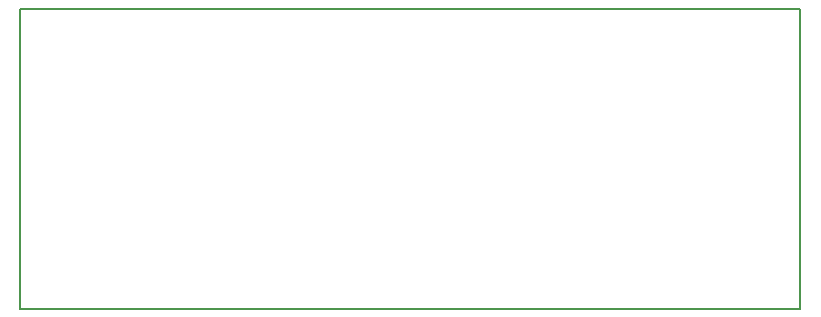
<source format=gm1>
G04 #@! TF.GenerationSoftware,KiCad,Pcbnew,(5.0.0)*
G04 #@! TF.CreationDate,2018-10-21T18:57:16+02:00*
G04 #@! TF.ProjectId,mibo100_imxrt,6D69626F3130305F696D7872742E6B69,rev?*
G04 #@! TF.SameCoordinates,PX695f190PY429d390*
G04 #@! TF.FileFunction,Profile,NP*
%FSLAX46Y46*%
G04 Gerber Fmt 4.6, Leading zero omitted, Abs format (unit mm)*
G04 Created by KiCad (PCBNEW (5.0.0)) date 10/21/18 18:57:16*
%MOMM*%
%LPD*%
G01*
G04 APERTURE LIST*
%ADD10C,0.150000*%
G04 APERTURE END LIST*
D10*
X0Y0D02*
X66040000Y0D01*
X0Y-25400000D02*
X0Y0D01*
X66040000Y-25400000D02*
X0Y-25400000D01*
X66040000Y0D02*
X66040000Y-25400000D01*
M02*

</source>
